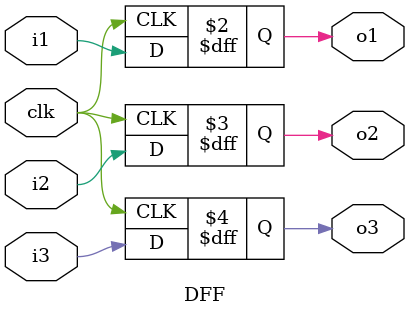
<source format=v>
module DFF(clk, i1, i2, i3, o1, o2, o3);
    input clk;
    input i1;
    input i2;
    input i3;
    output o1;
    output o2;
    output o3;
    
    reg o1;
    reg o2;
    reg o3;
    
    always @(posedge clk) begin
        o1 <= i1;
        o2 <= i2;
        o3 <= i3;
    end

endmodule
</source>
